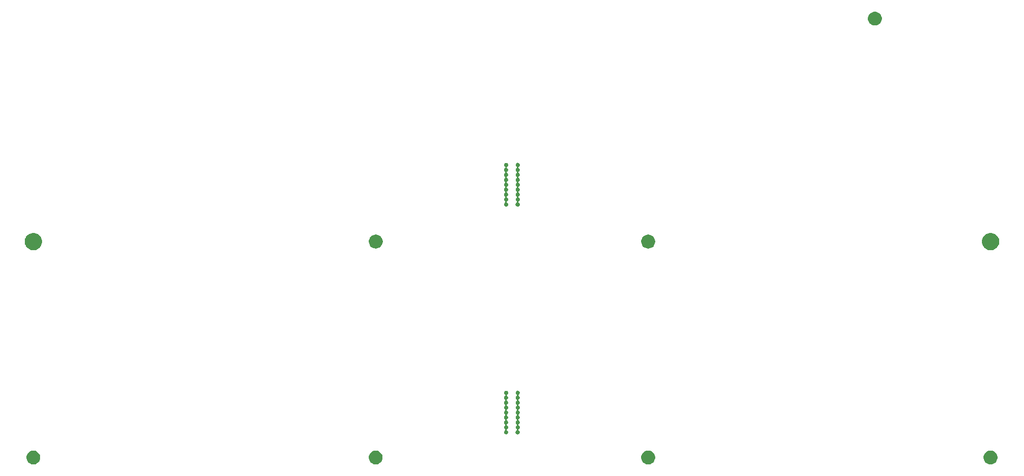
<source format=gts>
G04 #@! TF.GenerationSoftware,KiCad,Pcbnew,(5.1.6-0-10_14)*
G04 #@! TF.CreationDate,2020-10-19T11:22:08+09:00*
G04 #@! TF.ProjectId,reviung34-split-BOTTOM,72657669-756e-4673-9334-2d73706c6974,2.0*
G04 #@! TF.SameCoordinates,Original*
G04 #@! TF.FileFunction,Soldermask,Top*
G04 #@! TF.FilePolarity,Negative*
%FSLAX46Y46*%
G04 Gerber Fmt 4.6, Leading zero omitted, Abs format (unit mm)*
G04 Created by KiCad (PCBNEW (5.1.6-0-10_14)) date 2020-10-19 11:22:08*
%MOMM*%
%LPD*%
G01*
G04 APERTURE LIST*
%ADD10C,0.100000*%
G04 APERTURE END LIST*
D10*
G36*
X174254549Y-126251116D02*
G01*
X174365734Y-126273232D01*
X174513850Y-126334584D01*
X174551059Y-126349996D01*
X174575203Y-126359997D01*
X174763720Y-126485960D01*
X174924040Y-126646280D01*
X175050003Y-126834797D01*
X175136768Y-127044266D01*
X175181000Y-127266636D01*
X175181000Y-127493364D01*
X175136768Y-127715734D01*
X175050003Y-127925203D01*
X174924040Y-128113720D01*
X174763720Y-128274040D01*
X174575203Y-128400003D01*
X174365734Y-128486768D01*
X174254549Y-128508884D01*
X174143365Y-128531000D01*
X173916635Y-128531000D01*
X173805451Y-128508884D01*
X173694266Y-128486768D01*
X173484797Y-128400003D01*
X173296280Y-128274040D01*
X173135960Y-128113720D01*
X173009997Y-127925203D01*
X172923232Y-127715734D01*
X172879000Y-127493364D01*
X172879000Y-127266636D01*
X172923232Y-127044266D01*
X173009997Y-126834797D01*
X173135960Y-126646280D01*
X173296280Y-126485960D01*
X173484797Y-126359997D01*
X173508942Y-126349996D01*
X173546150Y-126334584D01*
X173694266Y-126273232D01*
X173805451Y-126251116D01*
X173916635Y-126229000D01*
X174143365Y-126229000D01*
X174254549Y-126251116D01*
G37*
G36*
X128774549Y-126251116D02*
G01*
X128885734Y-126273232D01*
X129033850Y-126334584D01*
X129071059Y-126349996D01*
X129095203Y-126359997D01*
X129283720Y-126485960D01*
X129444040Y-126646280D01*
X129570003Y-126834797D01*
X129656768Y-127044266D01*
X129701000Y-127266636D01*
X129701000Y-127493364D01*
X129656768Y-127715734D01*
X129570003Y-127925203D01*
X129444040Y-128113720D01*
X129283720Y-128274040D01*
X129095203Y-128400003D01*
X128885734Y-128486768D01*
X128774549Y-128508884D01*
X128663365Y-128531000D01*
X128436635Y-128531000D01*
X128325451Y-128508884D01*
X128214266Y-128486768D01*
X128004797Y-128400003D01*
X127816280Y-128274040D01*
X127655960Y-128113720D01*
X127529997Y-127925203D01*
X127443232Y-127715734D01*
X127399000Y-127493364D01*
X127399000Y-127266636D01*
X127443232Y-127044266D01*
X127529997Y-126834797D01*
X127655960Y-126646280D01*
X127816280Y-126485960D01*
X128004797Y-126359997D01*
X128028942Y-126349996D01*
X128066150Y-126334584D01*
X128214266Y-126273232D01*
X128325451Y-126251116D01*
X128436635Y-126229000D01*
X128663365Y-126229000D01*
X128774549Y-126251116D01*
G37*
G36*
X71624549Y-126251116D02*
G01*
X71735734Y-126273232D01*
X71883850Y-126334584D01*
X71921059Y-126349996D01*
X71945203Y-126359997D01*
X72133720Y-126485960D01*
X72294040Y-126646280D01*
X72420003Y-126834797D01*
X72506768Y-127044266D01*
X72551000Y-127266636D01*
X72551000Y-127493364D01*
X72506768Y-127715734D01*
X72420003Y-127925203D01*
X72294040Y-128113720D01*
X72133720Y-128274040D01*
X71945203Y-128400003D01*
X71735734Y-128486768D01*
X71624549Y-128508884D01*
X71513365Y-128531000D01*
X71286635Y-128531000D01*
X71175451Y-128508884D01*
X71064266Y-128486768D01*
X70854797Y-128400003D01*
X70666280Y-128274040D01*
X70505960Y-128113720D01*
X70379997Y-127925203D01*
X70293232Y-127715734D01*
X70249000Y-127493364D01*
X70249000Y-127266636D01*
X70293232Y-127044266D01*
X70379997Y-126834797D01*
X70505960Y-126646280D01*
X70666280Y-126485960D01*
X70854797Y-126359997D01*
X70878942Y-126349996D01*
X70916150Y-126334584D01*
X71064266Y-126273232D01*
X71175451Y-126251116D01*
X71286635Y-126229000D01*
X71513365Y-126229000D01*
X71624549Y-126251116D01*
G37*
G36*
X231343638Y-126229000D02*
G01*
X231515734Y-126263232D01*
X231725203Y-126349997D01*
X231913720Y-126475960D01*
X232074040Y-126636280D01*
X232200003Y-126824797D01*
X232286768Y-127034266D01*
X232331000Y-127256636D01*
X232331000Y-127483364D01*
X232286768Y-127705734D01*
X232200003Y-127915203D01*
X232074040Y-128103720D01*
X231913720Y-128264040D01*
X231725203Y-128390003D01*
X231725202Y-128390004D01*
X231725201Y-128390004D01*
X231663850Y-128415416D01*
X231515734Y-128476768D01*
X231465460Y-128486768D01*
X231293365Y-128521000D01*
X231066635Y-128521000D01*
X230894540Y-128486768D01*
X230844266Y-128476768D01*
X230696150Y-128415416D01*
X230634799Y-128390004D01*
X230634798Y-128390004D01*
X230634797Y-128390003D01*
X230446280Y-128264040D01*
X230285960Y-128103720D01*
X230159997Y-127915203D01*
X230073232Y-127705734D01*
X230029000Y-127483364D01*
X230029000Y-127256636D01*
X230073232Y-127034266D01*
X230159997Y-126824797D01*
X230285960Y-126636280D01*
X230446280Y-126475960D01*
X230634797Y-126349997D01*
X230844266Y-126263232D01*
X231016362Y-126229000D01*
X231066635Y-126219000D01*
X231293365Y-126219000D01*
X231343638Y-126229000D01*
G37*
G36*
X152352383Y-116212489D02*
G01*
X152352386Y-116212490D01*
X152352385Y-116212490D01*
X152416258Y-116238946D01*
X152473748Y-116277360D01*
X152522640Y-116326252D01*
X152561054Y-116383742D01*
X152582624Y-116435818D01*
X152587511Y-116447617D01*
X152601000Y-116515430D01*
X152601000Y-116584570D01*
X152587511Y-116652383D01*
X152587510Y-116652385D01*
X152561054Y-116716258D01*
X152522640Y-116773748D01*
X152473745Y-116822643D01*
X152419980Y-116858568D01*
X152401038Y-116874113D01*
X152385493Y-116893055D01*
X152373942Y-116914666D01*
X152366829Y-116938115D01*
X152364427Y-116962501D01*
X152366829Y-116986887D01*
X152373942Y-117010336D01*
X152385494Y-117031946D01*
X152401039Y-117050888D01*
X152419980Y-117066432D01*
X152473745Y-117102357D01*
X152522640Y-117151252D01*
X152561054Y-117208742D01*
X152582624Y-117260818D01*
X152587511Y-117272617D01*
X152601000Y-117340430D01*
X152601000Y-117409570D01*
X152587511Y-117477383D01*
X152587510Y-117477385D01*
X152561054Y-117541258D01*
X152522640Y-117598748D01*
X152473745Y-117647643D01*
X152419980Y-117683568D01*
X152401038Y-117699113D01*
X152385493Y-117718055D01*
X152373942Y-117739666D01*
X152366829Y-117763115D01*
X152364427Y-117787501D01*
X152366829Y-117811887D01*
X152373942Y-117835336D01*
X152385494Y-117856946D01*
X152401039Y-117875888D01*
X152419980Y-117891432D01*
X152473745Y-117927357D01*
X152522640Y-117976252D01*
X152561054Y-118033742D01*
X152582624Y-118085818D01*
X152587511Y-118097617D01*
X152601000Y-118165430D01*
X152601000Y-118234570D01*
X152587511Y-118302383D01*
X152587510Y-118302385D01*
X152561054Y-118366258D01*
X152522640Y-118423748D01*
X152473745Y-118472643D01*
X152419980Y-118508568D01*
X152401038Y-118524113D01*
X152385493Y-118543055D01*
X152373942Y-118564666D01*
X152366829Y-118588115D01*
X152364427Y-118612501D01*
X152366829Y-118636887D01*
X152373942Y-118660336D01*
X152385494Y-118681946D01*
X152401039Y-118700888D01*
X152419980Y-118716432D01*
X152473745Y-118752357D01*
X152522640Y-118801252D01*
X152561054Y-118858742D01*
X152582624Y-118910818D01*
X152587511Y-118922617D01*
X152601000Y-118990430D01*
X152601000Y-119059570D01*
X152587511Y-119127383D01*
X152587510Y-119127385D01*
X152561054Y-119191258D01*
X152522640Y-119248748D01*
X152473745Y-119297643D01*
X152419980Y-119333568D01*
X152401038Y-119349113D01*
X152385493Y-119368055D01*
X152373942Y-119389666D01*
X152366829Y-119413115D01*
X152364427Y-119437501D01*
X152366829Y-119461887D01*
X152373942Y-119485336D01*
X152385494Y-119506946D01*
X152401039Y-119525888D01*
X152419980Y-119541432D01*
X152473745Y-119577357D01*
X152522640Y-119626252D01*
X152561054Y-119683742D01*
X152582624Y-119735818D01*
X152587511Y-119747617D01*
X152601000Y-119815430D01*
X152601000Y-119884570D01*
X152587511Y-119952383D01*
X152587510Y-119952385D01*
X152561054Y-120016258D01*
X152522640Y-120073748D01*
X152473745Y-120122643D01*
X152419980Y-120158568D01*
X152401038Y-120174113D01*
X152385493Y-120193055D01*
X152373942Y-120214666D01*
X152366829Y-120238115D01*
X152364427Y-120262501D01*
X152366829Y-120286887D01*
X152373942Y-120310336D01*
X152385494Y-120331946D01*
X152401039Y-120350888D01*
X152419980Y-120366432D01*
X152473745Y-120402357D01*
X152522640Y-120451252D01*
X152561054Y-120508742D01*
X152582624Y-120560818D01*
X152587511Y-120572617D01*
X152601000Y-120640430D01*
X152601000Y-120709570D01*
X152587511Y-120777383D01*
X152587510Y-120777385D01*
X152561054Y-120841258D01*
X152522640Y-120898748D01*
X152473745Y-120947643D01*
X152419980Y-120983568D01*
X152401038Y-120999113D01*
X152385493Y-121018055D01*
X152373942Y-121039666D01*
X152366829Y-121063115D01*
X152364427Y-121087501D01*
X152366829Y-121111887D01*
X152373942Y-121135336D01*
X152385494Y-121156946D01*
X152401039Y-121175888D01*
X152419980Y-121191432D01*
X152473745Y-121227357D01*
X152522640Y-121276252D01*
X152561054Y-121333742D01*
X152582624Y-121385818D01*
X152587511Y-121397617D01*
X152601000Y-121465430D01*
X152601000Y-121534570D01*
X152587511Y-121602383D01*
X152587510Y-121602385D01*
X152561054Y-121666258D01*
X152522640Y-121723748D01*
X152473745Y-121772643D01*
X152419980Y-121808568D01*
X152401038Y-121824113D01*
X152385493Y-121843055D01*
X152373942Y-121864666D01*
X152366829Y-121888115D01*
X152364427Y-121912501D01*
X152366829Y-121936887D01*
X152373942Y-121960336D01*
X152385494Y-121981946D01*
X152401039Y-122000888D01*
X152419980Y-122016432D01*
X152473745Y-122052357D01*
X152522640Y-122101252D01*
X152561054Y-122158742D01*
X152582624Y-122210818D01*
X152587511Y-122222617D01*
X152601000Y-122290430D01*
X152601000Y-122359570D01*
X152587511Y-122427383D01*
X152587510Y-122427385D01*
X152561054Y-122491258D01*
X152522640Y-122548748D01*
X152473745Y-122597643D01*
X152414980Y-122636909D01*
X152396038Y-122652454D01*
X152380493Y-122671396D01*
X152368942Y-122693007D01*
X152361829Y-122716456D01*
X152359427Y-122740842D01*
X152361829Y-122765228D01*
X152368942Y-122788677D01*
X152380494Y-122810287D01*
X152396039Y-122829229D01*
X152414980Y-122844774D01*
X152463748Y-122877360D01*
X152512640Y-122926252D01*
X152551054Y-122983742D01*
X152572624Y-123035818D01*
X152577511Y-123047617D01*
X152591000Y-123115430D01*
X152591000Y-123184570D01*
X152577511Y-123252383D01*
X152577510Y-123252385D01*
X152551054Y-123316258D01*
X152512640Y-123373748D01*
X152463748Y-123422640D01*
X152406258Y-123461054D01*
X152354182Y-123482624D01*
X152342383Y-123487511D01*
X152274570Y-123501000D01*
X152205430Y-123501000D01*
X152137617Y-123487511D01*
X152125818Y-123482624D01*
X152073742Y-123461054D01*
X152016252Y-123422640D01*
X151967360Y-123373748D01*
X151928946Y-123316258D01*
X151902490Y-123252385D01*
X151902489Y-123252383D01*
X151889000Y-123184570D01*
X151889000Y-123115430D01*
X151902489Y-123047617D01*
X151907376Y-123035818D01*
X151928946Y-122983742D01*
X151967360Y-122926252D01*
X152016255Y-122877357D01*
X152075020Y-122838091D01*
X152093962Y-122822546D01*
X152109507Y-122803604D01*
X152121058Y-122781993D01*
X152128171Y-122758544D01*
X152130573Y-122734158D01*
X152128171Y-122709772D01*
X152121058Y-122686323D01*
X152109506Y-122664713D01*
X152093961Y-122645771D01*
X152075020Y-122630226D01*
X152026252Y-122597640D01*
X151977360Y-122548748D01*
X151938946Y-122491258D01*
X151912490Y-122427385D01*
X151912489Y-122427383D01*
X151899000Y-122359570D01*
X151899000Y-122290430D01*
X151912489Y-122222617D01*
X151917376Y-122210818D01*
X151938946Y-122158742D01*
X151977360Y-122101252D01*
X152026255Y-122052357D01*
X152080020Y-122016432D01*
X152098962Y-122000887D01*
X152114507Y-121981945D01*
X152126058Y-121960334D01*
X152133171Y-121936885D01*
X152135573Y-121912499D01*
X152133171Y-121888113D01*
X152126058Y-121864664D01*
X152114506Y-121843054D01*
X152098961Y-121824112D01*
X152080020Y-121808568D01*
X152026255Y-121772643D01*
X151977360Y-121723748D01*
X151938946Y-121666258D01*
X151912490Y-121602385D01*
X151912489Y-121602383D01*
X151899000Y-121534570D01*
X151899000Y-121465430D01*
X151912489Y-121397617D01*
X151917376Y-121385818D01*
X151938946Y-121333742D01*
X151977360Y-121276252D01*
X152026255Y-121227357D01*
X152080020Y-121191432D01*
X152098962Y-121175887D01*
X152114507Y-121156945D01*
X152126058Y-121135334D01*
X152133171Y-121111885D01*
X152135573Y-121087499D01*
X152133171Y-121063113D01*
X152126058Y-121039664D01*
X152114506Y-121018054D01*
X152098961Y-120999112D01*
X152080020Y-120983568D01*
X152026255Y-120947643D01*
X151977360Y-120898748D01*
X151938946Y-120841258D01*
X151912490Y-120777385D01*
X151912489Y-120777383D01*
X151899000Y-120709570D01*
X151899000Y-120640430D01*
X151912489Y-120572617D01*
X151917376Y-120560818D01*
X151938946Y-120508742D01*
X151977360Y-120451252D01*
X152026255Y-120402357D01*
X152080020Y-120366432D01*
X152098962Y-120350887D01*
X152114507Y-120331945D01*
X152126058Y-120310334D01*
X152133171Y-120286885D01*
X152135573Y-120262499D01*
X152133171Y-120238113D01*
X152126058Y-120214664D01*
X152114506Y-120193054D01*
X152098961Y-120174112D01*
X152080020Y-120158568D01*
X152026255Y-120122643D01*
X151977360Y-120073748D01*
X151938946Y-120016258D01*
X151912490Y-119952385D01*
X151912489Y-119952383D01*
X151899000Y-119884570D01*
X151899000Y-119815430D01*
X151912489Y-119747617D01*
X151917376Y-119735818D01*
X151938946Y-119683742D01*
X151977360Y-119626252D01*
X152026255Y-119577357D01*
X152080020Y-119541432D01*
X152098962Y-119525887D01*
X152114507Y-119506945D01*
X152126058Y-119485334D01*
X152133171Y-119461885D01*
X152135573Y-119437499D01*
X152133171Y-119413113D01*
X152126058Y-119389664D01*
X152114506Y-119368054D01*
X152098961Y-119349112D01*
X152080020Y-119333568D01*
X152026255Y-119297643D01*
X151977360Y-119248748D01*
X151938946Y-119191258D01*
X151912490Y-119127385D01*
X151912489Y-119127383D01*
X151899000Y-119059570D01*
X151899000Y-118990430D01*
X151912489Y-118922617D01*
X151917376Y-118910818D01*
X151938946Y-118858742D01*
X151977360Y-118801252D01*
X152026255Y-118752357D01*
X152080020Y-118716432D01*
X152098962Y-118700887D01*
X152114507Y-118681945D01*
X152126058Y-118660334D01*
X152133171Y-118636885D01*
X152135573Y-118612499D01*
X152133171Y-118588113D01*
X152126058Y-118564664D01*
X152114506Y-118543054D01*
X152098961Y-118524112D01*
X152080020Y-118508568D01*
X152026255Y-118472643D01*
X151977360Y-118423748D01*
X151938946Y-118366258D01*
X151912490Y-118302385D01*
X151912489Y-118302383D01*
X151899000Y-118234570D01*
X151899000Y-118165430D01*
X151912489Y-118097617D01*
X151917376Y-118085818D01*
X151938946Y-118033742D01*
X151977360Y-117976252D01*
X152026255Y-117927357D01*
X152080020Y-117891432D01*
X152098962Y-117875887D01*
X152114507Y-117856945D01*
X152126058Y-117835334D01*
X152133171Y-117811885D01*
X152135573Y-117787499D01*
X152133171Y-117763113D01*
X152126058Y-117739664D01*
X152114506Y-117718054D01*
X152098961Y-117699112D01*
X152080020Y-117683568D01*
X152026255Y-117647643D01*
X151977360Y-117598748D01*
X151938946Y-117541258D01*
X151912490Y-117477385D01*
X151912489Y-117477383D01*
X151899000Y-117409570D01*
X151899000Y-117340430D01*
X151912489Y-117272617D01*
X151917376Y-117260818D01*
X151938946Y-117208742D01*
X151977360Y-117151252D01*
X152026255Y-117102357D01*
X152080020Y-117066432D01*
X152098962Y-117050887D01*
X152114507Y-117031945D01*
X152126058Y-117010334D01*
X152133171Y-116986885D01*
X152135573Y-116962499D01*
X152133171Y-116938113D01*
X152126058Y-116914664D01*
X152114506Y-116893054D01*
X152098961Y-116874112D01*
X152080020Y-116858568D01*
X152026255Y-116822643D01*
X151977360Y-116773748D01*
X151938946Y-116716258D01*
X151912490Y-116652385D01*
X151912489Y-116652383D01*
X151899000Y-116584570D01*
X151899000Y-116515430D01*
X151912489Y-116447617D01*
X151917376Y-116435818D01*
X151938946Y-116383742D01*
X151977360Y-116326252D01*
X152026252Y-116277360D01*
X152083742Y-116238946D01*
X152147615Y-116212490D01*
X152147614Y-116212490D01*
X152147617Y-116212489D01*
X152215430Y-116199000D01*
X152284570Y-116199000D01*
X152352383Y-116212489D01*
G37*
G36*
X150422383Y-116212489D02*
G01*
X150422386Y-116212490D01*
X150422385Y-116212490D01*
X150486258Y-116238946D01*
X150543748Y-116277360D01*
X150592640Y-116326252D01*
X150631054Y-116383742D01*
X150652624Y-116435818D01*
X150657511Y-116447617D01*
X150671000Y-116515430D01*
X150671000Y-116584570D01*
X150657511Y-116652383D01*
X150657510Y-116652385D01*
X150631054Y-116716258D01*
X150592640Y-116773748D01*
X150543745Y-116822643D01*
X150484980Y-116861909D01*
X150466038Y-116877454D01*
X150450493Y-116896396D01*
X150438942Y-116918007D01*
X150431829Y-116941456D01*
X150429427Y-116965842D01*
X150431829Y-116990228D01*
X150438942Y-117013677D01*
X150450494Y-117035287D01*
X150466039Y-117054229D01*
X150484980Y-117069774D01*
X150533748Y-117102360D01*
X150582640Y-117151252D01*
X150621054Y-117208742D01*
X150642624Y-117260818D01*
X150647511Y-117272617D01*
X150661000Y-117340430D01*
X150661000Y-117409570D01*
X150647511Y-117477383D01*
X150647510Y-117477385D01*
X150621054Y-117541258D01*
X150582640Y-117598748D01*
X150533745Y-117647643D01*
X150479980Y-117683568D01*
X150461038Y-117699113D01*
X150445493Y-117718055D01*
X150433942Y-117739666D01*
X150426829Y-117763115D01*
X150424427Y-117787501D01*
X150426829Y-117811887D01*
X150433942Y-117835336D01*
X150445494Y-117856946D01*
X150461039Y-117875888D01*
X150479980Y-117891432D01*
X150533745Y-117927357D01*
X150582640Y-117976252D01*
X150621054Y-118033742D01*
X150642624Y-118085818D01*
X150647511Y-118097617D01*
X150661000Y-118165430D01*
X150661000Y-118234570D01*
X150647511Y-118302383D01*
X150647510Y-118302385D01*
X150621054Y-118366258D01*
X150582640Y-118423748D01*
X150533745Y-118472643D01*
X150479980Y-118508568D01*
X150461038Y-118524113D01*
X150445493Y-118543055D01*
X150433942Y-118564666D01*
X150426829Y-118588115D01*
X150424427Y-118612501D01*
X150426829Y-118636887D01*
X150433942Y-118660336D01*
X150445494Y-118681946D01*
X150461039Y-118700888D01*
X150479980Y-118716432D01*
X150533745Y-118752357D01*
X150582640Y-118801252D01*
X150621054Y-118858742D01*
X150642624Y-118910818D01*
X150647511Y-118922617D01*
X150661000Y-118990430D01*
X150661000Y-119059570D01*
X150647511Y-119127383D01*
X150647510Y-119127385D01*
X150621054Y-119191258D01*
X150582640Y-119248748D01*
X150533745Y-119297643D01*
X150479980Y-119333568D01*
X150461038Y-119349113D01*
X150445493Y-119368055D01*
X150433942Y-119389666D01*
X150426829Y-119413115D01*
X150424427Y-119437501D01*
X150426829Y-119461887D01*
X150433942Y-119485336D01*
X150445494Y-119506946D01*
X150461039Y-119525888D01*
X150479980Y-119541432D01*
X150533745Y-119577357D01*
X150582640Y-119626252D01*
X150621054Y-119683742D01*
X150642624Y-119735818D01*
X150647511Y-119747617D01*
X150661000Y-119815430D01*
X150661000Y-119884570D01*
X150647511Y-119952383D01*
X150647510Y-119952385D01*
X150621054Y-120016258D01*
X150582640Y-120073748D01*
X150533745Y-120122643D01*
X150479980Y-120158568D01*
X150461038Y-120174113D01*
X150445493Y-120193055D01*
X150433942Y-120214666D01*
X150426829Y-120238115D01*
X150424427Y-120262501D01*
X150426829Y-120286887D01*
X150433942Y-120310336D01*
X150445494Y-120331946D01*
X150461039Y-120350888D01*
X150479980Y-120366432D01*
X150533745Y-120402357D01*
X150582640Y-120451252D01*
X150621054Y-120508742D01*
X150642624Y-120560818D01*
X150647511Y-120572617D01*
X150661000Y-120640430D01*
X150661000Y-120709570D01*
X150647511Y-120777383D01*
X150647510Y-120777385D01*
X150621054Y-120841258D01*
X150582640Y-120898748D01*
X150533745Y-120947643D01*
X150479980Y-120983568D01*
X150461038Y-120999113D01*
X150445493Y-121018055D01*
X150433942Y-121039666D01*
X150426829Y-121063115D01*
X150424427Y-121087501D01*
X150426829Y-121111887D01*
X150433942Y-121135336D01*
X150445494Y-121156946D01*
X150461039Y-121175888D01*
X150479980Y-121191432D01*
X150533745Y-121227357D01*
X150582640Y-121276252D01*
X150621054Y-121333742D01*
X150642624Y-121385818D01*
X150647511Y-121397617D01*
X150661000Y-121465430D01*
X150661000Y-121534570D01*
X150647511Y-121602383D01*
X150647510Y-121602385D01*
X150621054Y-121666258D01*
X150582640Y-121723748D01*
X150533745Y-121772643D01*
X150479980Y-121808568D01*
X150461038Y-121824113D01*
X150445493Y-121843055D01*
X150433942Y-121864666D01*
X150426829Y-121888115D01*
X150424427Y-121912501D01*
X150426829Y-121936887D01*
X150433942Y-121960336D01*
X150445494Y-121981946D01*
X150461039Y-122000888D01*
X150479980Y-122016432D01*
X150533745Y-122052357D01*
X150582640Y-122101252D01*
X150621054Y-122158742D01*
X150642624Y-122210818D01*
X150647511Y-122222617D01*
X150661000Y-122290430D01*
X150661000Y-122359570D01*
X150647511Y-122427383D01*
X150647510Y-122427385D01*
X150621054Y-122491258D01*
X150582640Y-122548748D01*
X150533745Y-122597643D01*
X150479980Y-122633568D01*
X150461038Y-122649113D01*
X150445493Y-122668055D01*
X150433942Y-122689666D01*
X150426829Y-122713115D01*
X150424427Y-122737501D01*
X150426829Y-122761887D01*
X150433942Y-122785336D01*
X150445494Y-122806946D01*
X150461039Y-122825888D01*
X150479980Y-122841432D01*
X150533745Y-122877357D01*
X150582640Y-122926252D01*
X150621054Y-122983742D01*
X150642624Y-123035818D01*
X150647511Y-123047617D01*
X150661000Y-123115430D01*
X150661000Y-123184570D01*
X150647511Y-123252383D01*
X150647510Y-123252385D01*
X150621054Y-123316258D01*
X150582640Y-123373748D01*
X150533748Y-123422640D01*
X150476258Y-123461054D01*
X150424182Y-123482624D01*
X150412383Y-123487511D01*
X150344570Y-123501000D01*
X150275430Y-123501000D01*
X150207617Y-123487511D01*
X150195818Y-123482624D01*
X150143742Y-123461054D01*
X150086252Y-123422640D01*
X150037360Y-123373748D01*
X149998946Y-123316258D01*
X149972490Y-123252385D01*
X149972489Y-123252383D01*
X149959000Y-123184570D01*
X149959000Y-123115430D01*
X149972489Y-123047617D01*
X149977376Y-123035818D01*
X149998946Y-122983742D01*
X150037360Y-122926252D01*
X150086255Y-122877357D01*
X150140020Y-122841432D01*
X150158962Y-122825887D01*
X150174507Y-122806945D01*
X150186058Y-122785334D01*
X150193171Y-122761885D01*
X150195573Y-122737499D01*
X150193171Y-122713113D01*
X150186058Y-122689664D01*
X150174506Y-122668054D01*
X150158961Y-122649112D01*
X150140020Y-122633568D01*
X150086255Y-122597643D01*
X150037360Y-122548748D01*
X149998946Y-122491258D01*
X149972490Y-122427385D01*
X149972489Y-122427383D01*
X149959000Y-122359570D01*
X149959000Y-122290430D01*
X149972489Y-122222617D01*
X149977376Y-122210818D01*
X149998946Y-122158742D01*
X150037360Y-122101252D01*
X150086255Y-122052357D01*
X150140020Y-122016432D01*
X150158962Y-122000887D01*
X150174507Y-121981945D01*
X150186058Y-121960334D01*
X150193171Y-121936885D01*
X150195573Y-121912499D01*
X150193171Y-121888113D01*
X150186058Y-121864664D01*
X150174506Y-121843054D01*
X150158961Y-121824112D01*
X150140020Y-121808568D01*
X150086255Y-121772643D01*
X150037360Y-121723748D01*
X149998946Y-121666258D01*
X149972490Y-121602385D01*
X149972489Y-121602383D01*
X149959000Y-121534570D01*
X149959000Y-121465430D01*
X149972489Y-121397617D01*
X149977376Y-121385818D01*
X149998946Y-121333742D01*
X150037360Y-121276252D01*
X150086255Y-121227357D01*
X150140020Y-121191432D01*
X150158962Y-121175887D01*
X150174507Y-121156945D01*
X150186058Y-121135334D01*
X150193171Y-121111885D01*
X150195573Y-121087499D01*
X150193171Y-121063113D01*
X150186058Y-121039664D01*
X150174506Y-121018054D01*
X150158961Y-120999112D01*
X150140020Y-120983568D01*
X150086255Y-120947643D01*
X150037360Y-120898748D01*
X149998946Y-120841258D01*
X149972490Y-120777385D01*
X149972489Y-120777383D01*
X149959000Y-120709570D01*
X149959000Y-120640430D01*
X149972489Y-120572617D01*
X149977376Y-120560818D01*
X149998946Y-120508742D01*
X150037360Y-120451252D01*
X150086255Y-120402357D01*
X150140020Y-120366432D01*
X150158962Y-120350887D01*
X150174507Y-120331945D01*
X150186058Y-120310334D01*
X150193171Y-120286885D01*
X150195573Y-120262499D01*
X150193171Y-120238113D01*
X150186058Y-120214664D01*
X150174506Y-120193054D01*
X150158961Y-120174112D01*
X150140020Y-120158568D01*
X150086255Y-120122643D01*
X150037360Y-120073748D01*
X149998946Y-120016258D01*
X149972490Y-119952385D01*
X149972489Y-119952383D01*
X149959000Y-119884570D01*
X149959000Y-119815430D01*
X149972489Y-119747617D01*
X149977376Y-119735818D01*
X149998946Y-119683742D01*
X150037360Y-119626252D01*
X150086255Y-119577357D01*
X150140020Y-119541432D01*
X150158962Y-119525887D01*
X150174507Y-119506945D01*
X150186058Y-119485334D01*
X150193171Y-119461885D01*
X150195573Y-119437499D01*
X150193171Y-119413113D01*
X150186058Y-119389664D01*
X150174506Y-119368054D01*
X150158961Y-119349112D01*
X150140020Y-119333568D01*
X150086255Y-119297643D01*
X150037360Y-119248748D01*
X149998946Y-119191258D01*
X149972490Y-119127385D01*
X149972489Y-119127383D01*
X149959000Y-119059570D01*
X149959000Y-118990430D01*
X149972489Y-118922617D01*
X149977376Y-118910818D01*
X149998946Y-118858742D01*
X150037360Y-118801252D01*
X150086255Y-118752357D01*
X150140020Y-118716432D01*
X150158962Y-118700887D01*
X150174507Y-118681945D01*
X150186058Y-118660334D01*
X150193171Y-118636885D01*
X150195573Y-118612499D01*
X150193171Y-118588113D01*
X150186058Y-118564664D01*
X150174506Y-118543054D01*
X150158961Y-118524112D01*
X150140020Y-118508568D01*
X150086255Y-118472643D01*
X150037360Y-118423748D01*
X149998946Y-118366258D01*
X149972490Y-118302385D01*
X149972489Y-118302383D01*
X149959000Y-118234570D01*
X149959000Y-118165430D01*
X149972489Y-118097617D01*
X149977376Y-118085818D01*
X149998946Y-118033742D01*
X150037360Y-117976252D01*
X150086255Y-117927357D01*
X150140020Y-117891432D01*
X150158962Y-117875887D01*
X150174507Y-117856945D01*
X150186058Y-117835334D01*
X150193171Y-117811885D01*
X150195573Y-117787499D01*
X150193171Y-117763113D01*
X150186058Y-117739664D01*
X150174506Y-117718054D01*
X150158961Y-117699112D01*
X150140020Y-117683568D01*
X150086255Y-117647643D01*
X150037360Y-117598748D01*
X149998946Y-117541258D01*
X149972490Y-117477385D01*
X149972489Y-117477383D01*
X149959000Y-117409570D01*
X149959000Y-117340430D01*
X149972489Y-117272617D01*
X149977376Y-117260818D01*
X149998946Y-117208742D01*
X150037360Y-117151252D01*
X150086255Y-117102357D01*
X150145020Y-117063091D01*
X150163962Y-117047546D01*
X150179507Y-117028604D01*
X150191058Y-117006993D01*
X150198171Y-116983544D01*
X150200573Y-116959158D01*
X150198171Y-116934772D01*
X150191058Y-116911323D01*
X150179506Y-116889713D01*
X150163961Y-116870771D01*
X150145020Y-116855226D01*
X150096252Y-116822640D01*
X150047360Y-116773748D01*
X150008946Y-116716258D01*
X149982490Y-116652385D01*
X149982489Y-116652383D01*
X149969000Y-116584570D01*
X149969000Y-116515430D01*
X149982489Y-116447617D01*
X149987376Y-116435818D01*
X150008946Y-116383742D01*
X150047360Y-116326252D01*
X150096252Y-116277360D01*
X150153742Y-116238946D01*
X150217615Y-116212490D01*
X150217614Y-116212490D01*
X150217617Y-116212489D01*
X150285430Y-116199000D01*
X150354570Y-116199000D01*
X150422383Y-116212489D01*
G37*
G36*
X231613241Y-89894760D02*
G01*
X231877305Y-90004139D01*
X232114958Y-90162934D01*
X232317066Y-90365042D01*
X232475861Y-90602695D01*
X232585240Y-90866759D01*
X232641000Y-91147088D01*
X232641000Y-91432912D01*
X232585240Y-91713241D01*
X232475861Y-91977305D01*
X232317066Y-92214958D01*
X232114958Y-92417066D01*
X231877305Y-92575861D01*
X231613241Y-92685240D01*
X231332912Y-92741000D01*
X231047088Y-92741000D01*
X230766759Y-92685240D01*
X230502695Y-92575861D01*
X230265042Y-92417066D01*
X230062934Y-92214958D01*
X229904139Y-91977305D01*
X229794760Y-91713241D01*
X229739000Y-91432912D01*
X229739000Y-91147088D01*
X229794760Y-90866759D01*
X229904139Y-90602695D01*
X230062934Y-90365042D01*
X230265042Y-90162934D01*
X230502695Y-90004139D01*
X230766759Y-89894760D01*
X231047088Y-89839000D01*
X231332912Y-89839000D01*
X231613241Y-89894760D01*
G37*
G36*
X71823241Y-89884760D02*
G01*
X72087305Y-89994139D01*
X72324958Y-90152934D01*
X72527066Y-90355042D01*
X72685861Y-90592695D01*
X72795240Y-90856759D01*
X72851000Y-91137088D01*
X72851000Y-91422912D01*
X72795240Y-91703241D01*
X72685861Y-91967305D01*
X72527066Y-92204958D01*
X72324958Y-92407066D01*
X72087305Y-92565861D01*
X71823241Y-92675240D01*
X71542912Y-92731000D01*
X71257088Y-92731000D01*
X70976759Y-92675240D01*
X70712695Y-92565861D01*
X70475042Y-92407066D01*
X70272934Y-92204958D01*
X70114139Y-91967305D01*
X70004760Y-91703241D01*
X69949000Y-91422912D01*
X69949000Y-91137088D01*
X70004760Y-90856759D01*
X70114139Y-90592695D01*
X70272934Y-90355042D01*
X70475042Y-90152934D01*
X70712695Y-89994139D01*
X70976759Y-89884760D01*
X71257088Y-89829000D01*
X71542912Y-89829000D01*
X71823241Y-89884760D01*
G37*
G36*
X174254549Y-90151116D02*
G01*
X174365734Y-90173232D01*
X174575203Y-90259997D01*
X174763720Y-90385960D01*
X174924040Y-90546280D01*
X175050003Y-90734797D01*
X175104664Y-90866759D01*
X175136768Y-90944267D01*
X175181000Y-91166635D01*
X175181000Y-91393365D01*
X175158884Y-91504549D01*
X175136768Y-91615734D01*
X175050003Y-91825203D01*
X174924040Y-92013720D01*
X174763720Y-92174040D01*
X174575203Y-92300003D01*
X174365734Y-92386768D01*
X174263694Y-92407065D01*
X174143365Y-92431000D01*
X173916635Y-92431000D01*
X173796306Y-92407065D01*
X173694266Y-92386768D01*
X173484797Y-92300003D01*
X173296280Y-92174040D01*
X173135960Y-92013720D01*
X173009997Y-91825203D01*
X172923232Y-91615734D01*
X172901116Y-91504549D01*
X172879000Y-91393365D01*
X172879000Y-91166635D01*
X172923232Y-90944267D01*
X172955337Y-90866759D01*
X173009997Y-90734797D01*
X173135960Y-90546280D01*
X173296280Y-90385960D01*
X173484797Y-90259997D01*
X173694266Y-90173232D01*
X173805451Y-90151116D01*
X173916635Y-90129000D01*
X174143365Y-90129000D01*
X174254549Y-90151116D01*
G37*
G36*
X128784549Y-90151116D02*
G01*
X128895734Y-90173232D01*
X129105203Y-90259997D01*
X129293720Y-90385960D01*
X129454040Y-90546280D01*
X129580003Y-90734797D01*
X129634664Y-90866759D01*
X129666768Y-90944267D01*
X129711000Y-91166635D01*
X129711000Y-91393365D01*
X129688884Y-91504549D01*
X129666768Y-91615734D01*
X129580003Y-91825203D01*
X129454040Y-92013720D01*
X129293720Y-92174040D01*
X129105203Y-92300003D01*
X128895734Y-92386768D01*
X128793694Y-92407065D01*
X128673365Y-92431000D01*
X128446635Y-92431000D01*
X128326306Y-92407065D01*
X128224266Y-92386768D01*
X128014797Y-92300003D01*
X127826280Y-92174040D01*
X127665960Y-92013720D01*
X127539997Y-91825203D01*
X127453232Y-91615734D01*
X127431116Y-91504549D01*
X127409000Y-91393365D01*
X127409000Y-91166635D01*
X127453232Y-90944267D01*
X127485337Y-90866759D01*
X127539997Y-90734797D01*
X127665960Y-90546280D01*
X127826280Y-90385960D01*
X128014797Y-90259997D01*
X128224266Y-90173232D01*
X128335451Y-90151116D01*
X128446635Y-90129000D01*
X128673365Y-90129000D01*
X128784549Y-90151116D01*
G37*
G36*
X152352383Y-78122489D02*
G01*
X152352386Y-78122490D01*
X152352385Y-78122490D01*
X152416258Y-78148946D01*
X152473748Y-78187360D01*
X152522640Y-78236252D01*
X152561054Y-78293742D01*
X152582624Y-78345818D01*
X152587511Y-78357617D01*
X152601000Y-78425430D01*
X152601000Y-78494570D01*
X152587511Y-78562383D01*
X152587510Y-78562385D01*
X152561054Y-78626258D01*
X152522640Y-78683748D01*
X152473745Y-78732643D01*
X152419980Y-78768568D01*
X152401038Y-78784113D01*
X152385493Y-78803055D01*
X152373942Y-78824666D01*
X152366829Y-78848115D01*
X152364427Y-78872501D01*
X152366829Y-78896887D01*
X152373942Y-78920336D01*
X152385494Y-78941946D01*
X152401039Y-78960888D01*
X152419980Y-78976432D01*
X152473745Y-79012357D01*
X152522640Y-79061252D01*
X152561054Y-79118742D01*
X152582624Y-79170818D01*
X152587511Y-79182617D01*
X152601000Y-79250430D01*
X152601000Y-79319570D01*
X152587511Y-79387383D01*
X152587510Y-79387385D01*
X152561054Y-79451258D01*
X152522640Y-79508748D01*
X152473745Y-79557643D01*
X152419980Y-79593568D01*
X152401038Y-79609113D01*
X152385493Y-79628055D01*
X152373942Y-79649666D01*
X152366829Y-79673115D01*
X152364427Y-79697501D01*
X152366829Y-79721887D01*
X152373942Y-79745336D01*
X152385494Y-79766946D01*
X152401039Y-79785888D01*
X152419980Y-79801432D01*
X152473745Y-79837357D01*
X152522640Y-79886252D01*
X152561054Y-79943742D01*
X152582624Y-79995818D01*
X152587511Y-80007617D01*
X152601000Y-80075430D01*
X152601000Y-80144570D01*
X152587511Y-80212383D01*
X152587510Y-80212385D01*
X152561054Y-80276258D01*
X152522640Y-80333748D01*
X152473745Y-80382643D01*
X152419980Y-80418568D01*
X152401038Y-80434113D01*
X152385493Y-80453055D01*
X152373942Y-80474666D01*
X152366829Y-80498115D01*
X152364427Y-80522501D01*
X152366829Y-80546887D01*
X152373942Y-80570336D01*
X152385494Y-80591946D01*
X152401039Y-80610888D01*
X152419980Y-80626432D01*
X152473745Y-80662357D01*
X152522640Y-80711252D01*
X152561054Y-80768742D01*
X152582624Y-80820818D01*
X152587511Y-80832617D01*
X152601000Y-80900430D01*
X152601000Y-80969570D01*
X152587511Y-81037383D01*
X152587510Y-81037385D01*
X152561054Y-81101258D01*
X152522640Y-81158748D01*
X152473745Y-81207643D01*
X152419980Y-81243568D01*
X152401038Y-81259113D01*
X152385493Y-81278055D01*
X152373942Y-81299666D01*
X152366829Y-81323115D01*
X152364427Y-81347501D01*
X152366829Y-81371887D01*
X152373942Y-81395336D01*
X152385494Y-81416946D01*
X152401039Y-81435888D01*
X152419980Y-81451432D01*
X152473745Y-81487357D01*
X152522640Y-81536252D01*
X152561054Y-81593742D01*
X152582624Y-81645818D01*
X152587511Y-81657617D01*
X152601000Y-81725430D01*
X152601000Y-81794570D01*
X152587511Y-81862383D01*
X152587510Y-81862385D01*
X152561054Y-81926258D01*
X152522640Y-81983748D01*
X152473745Y-82032643D01*
X152419980Y-82068568D01*
X152401038Y-82084113D01*
X152385493Y-82103055D01*
X152373942Y-82124666D01*
X152366829Y-82148115D01*
X152364427Y-82172501D01*
X152366829Y-82196887D01*
X152373942Y-82220336D01*
X152385494Y-82241946D01*
X152401039Y-82260888D01*
X152419980Y-82276432D01*
X152473745Y-82312357D01*
X152522640Y-82361252D01*
X152561054Y-82418742D01*
X152582624Y-82470818D01*
X152587511Y-82482617D01*
X152601000Y-82550430D01*
X152601000Y-82619570D01*
X152587511Y-82687383D01*
X152587510Y-82687385D01*
X152561054Y-82751258D01*
X152522640Y-82808748D01*
X152473745Y-82857643D01*
X152419980Y-82893568D01*
X152401038Y-82909113D01*
X152385493Y-82928055D01*
X152373942Y-82949666D01*
X152366829Y-82973115D01*
X152364427Y-82997501D01*
X152366829Y-83021887D01*
X152373942Y-83045336D01*
X152385494Y-83066946D01*
X152401039Y-83085888D01*
X152419980Y-83101432D01*
X152473745Y-83137357D01*
X152522640Y-83186252D01*
X152561054Y-83243742D01*
X152582624Y-83295818D01*
X152587511Y-83307617D01*
X152601000Y-83375430D01*
X152601000Y-83444570D01*
X152587511Y-83512383D01*
X152587510Y-83512385D01*
X152561054Y-83576258D01*
X152522640Y-83633748D01*
X152473745Y-83682643D01*
X152419980Y-83718568D01*
X152401038Y-83734113D01*
X152385493Y-83753055D01*
X152373942Y-83774666D01*
X152366829Y-83798115D01*
X152364427Y-83822501D01*
X152366829Y-83846887D01*
X152373942Y-83870336D01*
X152385494Y-83891946D01*
X152401039Y-83910888D01*
X152419980Y-83926432D01*
X152473745Y-83962357D01*
X152522640Y-84011252D01*
X152561054Y-84068742D01*
X152582624Y-84120818D01*
X152587511Y-84132617D01*
X152601000Y-84200430D01*
X152601000Y-84269570D01*
X152587511Y-84337383D01*
X152587510Y-84337385D01*
X152561054Y-84401258D01*
X152522640Y-84458748D01*
X152473745Y-84507643D01*
X152414980Y-84546909D01*
X152396038Y-84562454D01*
X152380493Y-84581396D01*
X152368942Y-84603007D01*
X152361829Y-84626456D01*
X152359427Y-84650842D01*
X152361829Y-84675228D01*
X152368942Y-84698677D01*
X152380494Y-84720287D01*
X152396039Y-84739229D01*
X152414980Y-84754774D01*
X152463748Y-84787360D01*
X152512640Y-84836252D01*
X152551054Y-84893742D01*
X152572624Y-84945818D01*
X152577511Y-84957617D01*
X152591000Y-85025430D01*
X152591000Y-85094570D01*
X152577511Y-85162383D01*
X152577510Y-85162385D01*
X152551054Y-85226258D01*
X152512640Y-85283748D01*
X152463748Y-85332640D01*
X152406258Y-85371054D01*
X152354182Y-85392624D01*
X152342383Y-85397511D01*
X152274570Y-85411000D01*
X152205430Y-85411000D01*
X152137617Y-85397511D01*
X152125818Y-85392624D01*
X152073742Y-85371054D01*
X152016252Y-85332640D01*
X151967360Y-85283748D01*
X151928946Y-85226258D01*
X151902490Y-85162385D01*
X151902489Y-85162383D01*
X151889000Y-85094570D01*
X151889000Y-85025430D01*
X151902489Y-84957617D01*
X151907376Y-84945818D01*
X151928946Y-84893742D01*
X151967360Y-84836252D01*
X152016255Y-84787357D01*
X152075020Y-84748091D01*
X152093962Y-84732546D01*
X152109507Y-84713604D01*
X152121058Y-84691993D01*
X152128171Y-84668544D01*
X152130573Y-84644158D01*
X152128171Y-84619772D01*
X152121058Y-84596323D01*
X152109506Y-84574713D01*
X152093961Y-84555771D01*
X152075020Y-84540226D01*
X152026252Y-84507640D01*
X151977360Y-84458748D01*
X151938946Y-84401258D01*
X151912490Y-84337385D01*
X151912489Y-84337383D01*
X151899000Y-84269570D01*
X151899000Y-84200430D01*
X151912489Y-84132617D01*
X151917376Y-84120818D01*
X151938946Y-84068742D01*
X151977360Y-84011252D01*
X152026255Y-83962357D01*
X152080020Y-83926432D01*
X152098962Y-83910887D01*
X152114507Y-83891945D01*
X152126058Y-83870334D01*
X152133171Y-83846885D01*
X152135573Y-83822499D01*
X152133171Y-83798113D01*
X152126058Y-83774664D01*
X152114506Y-83753054D01*
X152098961Y-83734112D01*
X152080020Y-83718568D01*
X152026255Y-83682643D01*
X151977360Y-83633748D01*
X151938946Y-83576258D01*
X151912490Y-83512385D01*
X151912489Y-83512383D01*
X151899000Y-83444570D01*
X151899000Y-83375430D01*
X151912489Y-83307617D01*
X151917376Y-83295818D01*
X151938946Y-83243742D01*
X151977360Y-83186252D01*
X152026255Y-83137357D01*
X152080020Y-83101432D01*
X152098962Y-83085887D01*
X152114507Y-83066945D01*
X152126058Y-83045334D01*
X152133171Y-83021885D01*
X152135573Y-82997499D01*
X152133171Y-82973113D01*
X152126058Y-82949664D01*
X152114506Y-82928054D01*
X152098961Y-82909112D01*
X152080020Y-82893568D01*
X152026255Y-82857643D01*
X151977360Y-82808748D01*
X151938946Y-82751258D01*
X151912490Y-82687385D01*
X151912489Y-82687383D01*
X151899000Y-82619570D01*
X151899000Y-82550430D01*
X151912489Y-82482617D01*
X151917376Y-82470818D01*
X151938946Y-82418742D01*
X151977360Y-82361252D01*
X152026255Y-82312357D01*
X152080020Y-82276432D01*
X152098962Y-82260887D01*
X152114507Y-82241945D01*
X152126058Y-82220334D01*
X152133171Y-82196885D01*
X152135573Y-82172499D01*
X152133171Y-82148113D01*
X152126058Y-82124664D01*
X152114506Y-82103054D01*
X152098961Y-82084112D01*
X152080020Y-82068568D01*
X152026255Y-82032643D01*
X151977360Y-81983748D01*
X151938946Y-81926258D01*
X151912490Y-81862385D01*
X151912489Y-81862383D01*
X151899000Y-81794570D01*
X151899000Y-81725430D01*
X151912489Y-81657617D01*
X151917376Y-81645818D01*
X151938946Y-81593742D01*
X151977360Y-81536252D01*
X152026255Y-81487357D01*
X152080020Y-81451432D01*
X152098962Y-81435887D01*
X152114507Y-81416945D01*
X152126058Y-81395334D01*
X152133171Y-81371885D01*
X152135573Y-81347499D01*
X152133171Y-81323113D01*
X152126058Y-81299664D01*
X152114506Y-81278054D01*
X152098961Y-81259112D01*
X152080020Y-81243568D01*
X152026255Y-81207643D01*
X151977360Y-81158748D01*
X151938946Y-81101258D01*
X151912490Y-81037385D01*
X151912489Y-81037383D01*
X151899000Y-80969570D01*
X151899000Y-80900430D01*
X151912489Y-80832617D01*
X151917376Y-80820818D01*
X151938946Y-80768742D01*
X151977360Y-80711252D01*
X152026255Y-80662357D01*
X152080020Y-80626432D01*
X152098962Y-80610887D01*
X152114507Y-80591945D01*
X152126058Y-80570334D01*
X152133171Y-80546885D01*
X152135573Y-80522499D01*
X152133171Y-80498113D01*
X152126058Y-80474664D01*
X152114506Y-80453054D01*
X152098961Y-80434112D01*
X152080020Y-80418568D01*
X152026255Y-80382643D01*
X151977360Y-80333748D01*
X151938946Y-80276258D01*
X151912490Y-80212385D01*
X151912489Y-80212383D01*
X151899000Y-80144570D01*
X151899000Y-80075430D01*
X151912489Y-80007617D01*
X151917376Y-79995818D01*
X151938946Y-79943742D01*
X151977360Y-79886252D01*
X152026255Y-79837357D01*
X152080020Y-79801432D01*
X152098962Y-79785887D01*
X152114507Y-79766945D01*
X152126058Y-79745334D01*
X152133171Y-79721885D01*
X152135573Y-79697499D01*
X152133171Y-79673113D01*
X152126058Y-79649664D01*
X152114506Y-79628054D01*
X152098961Y-79609112D01*
X152080020Y-79593568D01*
X152026255Y-79557643D01*
X151977360Y-79508748D01*
X151938946Y-79451258D01*
X151912490Y-79387385D01*
X151912489Y-79387383D01*
X151899000Y-79319570D01*
X151899000Y-79250430D01*
X151912489Y-79182617D01*
X151917376Y-79170818D01*
X151938946Y-79118742D01*
X151977360Y-79061252D01*
X152026255Y-79012357D01*
X152080020Y-78976432D01*
X152098962Y-78960887D01*
X152114507Y-78941945D01*
X152126058Y-78920334D01*
X152133171Y-78896885D01*
X152135573Y-78872499D01*
X152133171Y-78848113D01*
X152126058Y-78824664D01*
X152114506Y-78803054D01*
X152098961Y-78784112D01*
X152080020Y-78768568D01*
X152026255Y-78732643D01*
X151977360Y-78683748D01*
X151938946Y-78626258D01*
X151912490Y-78562385D01*
X151912489Y-78562383D01*
X151899000Y-78494570D01*
X151899000Y-78425430D01*
X151912489Y-78357617D01*
X151917376Y-78345818D01*
X151938946Y-78293742D01*
X151977360Y-78236252D01*
X152026252Y-78187360D01*
X152083742Y-78148946D01*
X152147615Y-78122490D01*
X152147614Y-78122490D01*
X152147617Y-78122489D01*
X152215430Y-78109000D01*
X152284570Y-78109000D01*
X152352383Y-78122489D01*
G37*
G36*
X150422383Y-78122489D02*
G01*
X150422386Y-78122490D01*
X150422385Y-78122490D01*
X150486258Y-78148946D01*
X150543748Y-78187360D01*
X150592640Y-78236252D01*
X150631054Y-78293742D01*
X150652624Y-78345818D01*
X150657511Y-78357617D01*
X150671000Y-78425430D01*
X150671000Y-78494570D01*
X150657511Y-78562383D01*
X150657510Y-78562385D01*
X150631054Y-78626258D01*
X150592640Y-78683748D01*
X150543745Y-78732643D01*
X150484980Y-78771909D01*
X150466038Y-78787454D01*
X150450493Y-78806396D01*
X150438942Y-78828007D01*
X150431829Y-78851456D01*
X150429427Y-78875842D01*
X150431829Y-78900228D01*
X150438942Y-78923677D01*
X150450494Y-78945287D01*
X150466039Y-78964229D01*
X150484980Y-78979774D01*
X150533748Y-79012360D01*
X150582640Y-79061252D01*
X150621054Y-79118742D01*
X150642624Y-79170818D01*
X150647511Y-79182617D01*
X150661000Y-79250430D01*
X150661000Y-79319570D01*
X150647511Y-79387383D01*
X150647510Y-79387385D01*
X150621054Y-79451258D01*
X150582640Y-79508748D01*
X150533745Y-79557643D01*
X150479980Y-79593568D01*
X150461038Y-79609113D01*
X150445493Y-79628055D01*
X150433942Y-79649666D01*
X150426829Y-79673115D01*
X150424427Y-79697501D01*
X150426829Y-79721887D01*
X150433942Y-79745336D01*
X150445494Y-79766946D01*
X150461039Y-79785888D01*
X150479980Y-79801432D01*
X150533745Y-79837357D01*
X150582640Y-79886252D01*
X150621054Y-79943742D01*
X150642624Y-79995818D01*
X150647511Y-80007617D01*
X150661000Y-80075430D01*
X150661000Y-80144570D01*
X150647511Y-80212383D01*
X150647510Y-80212385D01*
X150621054Y-80276258D01*
X150582640Y-80333748D01*
X150533745Y-80382643D01*
X150479980Y-80418568D01*
X150461038Y-80434113D01*
X150445493Y-80453055D01*
X150433942Y-80474666D01*
X150426829Y-80498115D01*
X150424427Y-80522501D01*
X150426829Y-80546887D01*
X150433942Y-80570336D01*
X150445494Y-80591946D01*
X150461039Y-80610888D01*
X150479980Y-80626432D01*
X150533745Y-80662357D01*
X150582640Y-80711252D01*
X150621054Y-80768742D01*
X150642624Y-80820818D01*
X150647511Y-80832617D01*
X150661000Y-80900430D01*
X150661000Y-80969570D01*
X150647511Y-81037383D01*
X150647510Y-81037385D01*
X150621054Y-81101258D01*
X150582640Y-81158748D01*
X150533745Y-81207643D01*
X150479980Y-81243568D01*
X150461038Y-81259113D01*
X150445493Y-81278055D01*
X150433942Y-81299666D01*
X150426829Y-81323115D01*
X150424427Y-81347501D01*
X150426829Y-81371887D01*
X150433942Y-81395336D01*
X150445494Y-81416946D01*
X150461039Y-81435888D01*
X150479980Y-81451432D01*
X150533745Y-81487357D01*
X150582640Y-81536252D01*
X150621054Y-81593742D01*
X150642624Y-81645818D01*
X150647511Y-81657617D01*
X150661000Y-81725430D01*
X150661000Y-81794570D01*
X150647511Y-81862383D01*
X150647510Y-81862385D01*
X150621054Y-81926258D01*
X150582640Y-81983748D01*
X150533745Y-82032643D01*
X150479980Y-82068568D01*
X150461038Y-82084113D01*
X150445493Y-82103055D01*
X150433942Y-82124666D01*
X150426829Y-82148115D01*
X150424427Y-82172501D01*
X150426829Y-82196887D01*
X150433942Y-82220336D01*
X150445494Y-82241946D01*
X150461039Y-82260888D01*
X150479980Y-82276432D01*
X150533745Y-82312357D01*
X150582640Y-82361252D01*
X150621054Y-82418742D01*
X150642624Y-82470818D01*
X150647511Y-82482617D01*
X150661000Y-82550430D01*
X150661000Y-82619570D01*
X150647511Y-82687383D01*
X150647510Y-82687385D01*
X150621054Y-82751258D01*
X150582640Y-82808748D01*
X150533745Y-82857643D01*
X150479980Y-82893568D01*
X150461038Y-82909113D01*
X150445493Y-82928055D01*
X150433942Y-82949666D01*
X150426829Y-82973115D01*
X150424427Y-82997501D01*
X150426829Y-83021887D01*
X150433942Y-83045336D01*
X150445494Y-83066946D01*
X150461039Y-83085888D01*
X150479980Y-83101432D01*
X150533745Y-83137357D01*
X150582640Y-83186252D01*
X150621054Y-83243742D01*
X150642624Y-83295818D01*
X150647511Y-83307617D01*
X150661000Y-83375430D01*
X150661000Y-83444570D01*
X150647511Y-83512383D01*
X150647510Y-83512385D01*
X150621054Y-83576258D01*
X150582640Y-83633748D01*
X150533745Y-83682643D01*
X150479980Y-83718568D01*
X150461038Y-83734113D01*
X150445493Y-83753055D01*
X150433942Y-83774666D01*
X150426829Y-83798115D01*
X150424427Y-83822501D01*
X150426829Y-83846887D01*
X150433942Y-83870336D01*
X150445494Y-83891946D01*
X150461039Y-83910888D01*
X150479980Y-83926432D01*
X150533745Y-83962357D01*
X150582640Y-84011252D01*
X150621054Y-84068742D01*
X150642624Y-84120818D01*
X150647511Y-84132617D01*
X150661000Y-84200430D01*
X150661000Y-84269570D01*
X150647511Y-84337383D01*
X150647510Y-84337385D01*
X150621054Y-84401258D01*
X150582640Y-84458748D01*
X150533745Y-84507643D01*
X150479980Y-84543568D01*
X150461038Y-84559113D01*
X150445493Y-84578055D01*
X150433942Y-84599666D01*
X150426829Y-84623115D01*
X150424427Y-84647501D01*
X150426829Y-84671887D01*
X150433942Y-84695336D01*
X150445494Y-84716946D01*
X150461039Y-84735888D01*
X150479980Y-84751432D01*
X150533745Y-84787357D01*
X150582640Y-84836252D01*
X150621054Y-84893742D01*
X150642624Y-84945818D01*
X150647511Y-84957617D01*
X150661000Y-85025430D01*
X150661000Y-85094570D01*
X150647511Y-85162383D01*
X150647510Y-85162385D01*
X150621054Y-85226258D01*
X150582640Y-85283748D01*
X150533748Y-85332640D01*
X150476258Y-85371054D01*
X150424182Y-85392624D01*
X150412383Y-85397511D01*
X150344570Y-85411000D01*
X150275430Y-85411000D01*
X150207617Y-85397511D01*
X150195818Y-85392624D01*
X150143742Y-85371054D01*
X150086252Y-85332640D01*
X150037360Y-85283748D01*
X149998946Y-85226258D01*
X149972490Y-85162385D01*
X149972489Y-85162383D01*
X149959000Y-85094570D01*
X149959000Y-85025430D01*
X149972489Y-84957617D01*
X149977376Y-84945818D01*
X149998946Y-84893742D01*
X150037360Y-84836252D01*
X150086255Y-84787357D01*
X150140020Y-84751432D01*
X150158962Y-84735887D01*
X150174507Y-84716945D01*
X150186058Y-84695334D01*
X150193171Y-84671885D01*
X150195573Y-84647499D01*
X150193171Y-84623113D01*
X150186058Y-84599664D01*
X150174506Y-84578054D01*
X150158961Y-84559112D01*
X150140020Y-84543568D01*
X150086255Y-84507643D01*
X150037360Y-84458748D01*
X149998946Y-84401258D01*
X149972490Y-84337385D01*
X149972489Y-84337383D01*
X149959000Y-84269570D01*
X149959000Y-84200430D01*
X149972489Y-84132617D01*
X149977376Y-84120818D01*
X149998946Y-84068742D01*
X150037360Y-84011252D01*
X150086255Y-83962357D01*
X150140020Y-83926432D01*
X150158962Y-83910887D01*
X150174507Y-83891945D01*
X150186058Y-83870334D01*
X150193171Y-83846885D01*
X150195573Y-83822499D01*
X150193171Y-83798113D01*
X150186058Y-83774664D01*
X150174506Y-83753054D01*
X150158961Y-83734112D01*
X150140020Y-83718568D01*
X150086255Y-83682643D01*
X150037360Y-83633748D01*
X149998946Y-83576258D01*
X149972490Y-83512385D01*
X149972489Y-83512383D01*
X149959000Y-83444570D01*
X149959000Y-83375430D01*
X149972489Y-83307617D01*
X149977376Y-83295818D01*
X149998946Y-83243742D01*
X150037360Y-83186252D01*
X150086255Y-83137357D01*
X150140020Y-83101432D01*
X150158962Y-83085887D01*
X150174507Y-83066945D01*
X150186058Y-83045334D01*
X150193171Y-83021885D01*
X150195573Y-82997499D01*
X150193171Y-82973113D01*
X150186058Y-82949664D01*
X150174506Y-82928054D01*
X150158961Y-82909112D01*
X150140020Y-82893568D01*
X150086255Y-82857643D01*
X150037360Y-82808748D01*
X149998946Y-82751258D01*
X149972490Y-82687385D01*
X149972489Y-82687383D01*
X149959000Y-82619570D01*
X149959000Y-82550430D01*
X149972489Y-82482617D01*
X149977376Y-82470818D01*
X149998946Y-82418742D01*
X150037360Y-82361252D01*
X150086255Y-82312357D01*
X150140020Y-82276432D01*
X150158962Y-82260887D01*
X150174507Y-82241945D01*
X150186058Y-82220334D01*
X150193171Y-82196885D01*
X150195573Y-82172499D01*
X150193171Y-82148113D01*
X150186058Y-82124664D01*
X150174506Y-82103054D01*
X150158961Y-82084112D01*
X150140020Y-82068568D01*
X150086255Y-82032643D01*
X150037360Y-81983748D01*
X149998946Y-81926258D01*
X149972490Y-81862385D01*
X149972489Y-81862383D01*
X149959000Y-81794570D01*
X149959000Y-81725430D01*
X149972489Y-81657617D01*
X149977376Y-81645818D01*
X149998946Y-81593742D01*
X150037360Y-81536252D01*
X150086255Y-81487357D01*
X150140020Y-81451432D01*
X150158962Y-81435887D01*
X150174507Y-81416945D01*
X150186058Y-81395334D01*
X150193171Y-81371885D01*
X150195573Y-81347499D01*
X150193171Y-81323113D01*
X150186058Y-81299664D01*
X150174506Y-81278054D01*
X150158961Y-81259112D01*
X150140020Y-81243568D01*
X150086255Y-81207643D01*
X150037360Y-81158748D01*
X149998946Y-81101258D01*
X149972490Y-81037385D01*
X149972489Y-81037383D01*
X149959000Y-80969570D01*
X149959000Y-80900430D01*
X149972489Y-80832617D01*
X149977376Y-80820818D01*
X149998946Y-80768742D01*
X150037360Y-80711252D01*
X150086255Y-80662357D01*
X150140020Y-80626432D01*
X150158962Y-80610887D01*
X150174507Y-80591945D01*
X150186058Y-80570334D01*
X150193171Y-80546885D01*
X150195573Y-80522499D01*
X150193171Y-80498113D01*
X150186058Y-80474664D01*
X150174506Y-80453054D01*
X150158961Y-80434112D01*
X150140020Y-80418568D01*
X150086255Y-80382643D01*
X150037360Y-80333748D01*
X149998946Y-80276258D01*
X149972490Y-80212385D01*
X149972489Y-80212383D01*
X149959000Y-80144570D01*
X149959000Y-80075430D01*
X149972489Y-80007617D01*
X149977376Y-79995818D01*
X149998946Y-79943742D01*
X150037360Y-79886252D01*
X150086255Y-79837357D01*
X150140020Y-79801432D01*
X150158962Y-79785887D01*
X150174507Y-79766945D01*
X150186058Y-79745334D01*
X150193171Y-79721885D01*
X150195573Y-79697499D01*
X150193171Y-79673113D01*
X150186058Y-79649664D01*
X150174506Y-79628054D01*
X150158961Y-79609112D01*
X150140020Y-79593568D01*
X150086255Y-79557643D01*
X150037360Y-79508748D01*
X149998946Y-79451258D01*
X149972490Y-79387385D01*
X149972489Y-79387383D01*
X149959000Y-79319570D01*
X149959000Y-79250430D01*
X149972489Y-79182617D01*
X149977376Y-79170818D01*
X149998946Y-79118742D01*
X150037360Y-79061252D01*
X150086255Y-79012357D01*
X150145020Y-78973091D01*
X150163962Y-78957546D01*
X150179507Y-78938604D01*
X150191058Y-78916993D01*
X150198171Y-78893544D01*
X150200573Y-78869158D01*
X150198171Y-78844772D01*
X150191058Y-78821323D01*
X150179506Y-78799713D01*
X150163961Y-78780771D01*
X150145020Y-78765226D01*
X150096252Y-78732640D01*
X150047360Y-78683748D01*
X150008946Y-78626258D01*
X149982490Y-78562385D01*
X149982489Y-78562383D01*
X149969000Y-78494570D01*
X149969000Y-78425430D01*
X149982489Y-78357617D01*
X149987376Y-78345818D01*
X150008946Y-78293742D01*
X150047360Y-78236252D01*
X150096252Y-78187360D01*
X150153742Y-78148946D01*
X150217615Y-78122490D01*
X150217614Y-78122490D01*
X150217617Y-78122489D01*
X150285430Y-78109000D01*
X150354570Y-78109000D01*
X150422383Y-78122489D01*
G37*
G36*
X212104549Y-52871116D02*
G01*
X212215734Y-52893232D01*
X212425203Y-52979997D01*
X212613720Y-53105960D01*
X212774040Y-53266280D01*
X212900003Y-53454797D01*
X212986768Y-53664266D01*
X213031000Y-53886636D01*
X213031000Y-54113364D01*
X212986768Y-54335734D01*
X212900003Y-54545203D01*
X212774040Y-54733720D01*
X212613720Y-54894040D01*
X212425203Y-55020003D01*
X212215734Y-55106768D01*
X212104549Y-55128884D01*
X211993365Y-55151000D01*
X211766635Y-55151000D01*
X211655451Y-55128884D01*
X211544266Y-55106768D01*
X211334797Y-55020003D01*
X211146280Y-54894040D01*
X210985960Y-54733720D01*
X210859997Y-54545203D01*
X210773232Y-54335734D01*
X210729000Y-54113364D01*
X210729000Y-53886636D01*
X210773232Y-53664266D01*
X210859997Y-53454797D01*
X210985960Y-53266280D01*
X211146280Y-53105960D01*
X211334797Y-52979997D01*
X211544266Y-52893232D01*
X211655451Y-52871116D01*
X211766635Y-52849000D01*
X211993365Y-52849000D01*
X212104549Y-52871116D01*
G37*
M02*

</source>
